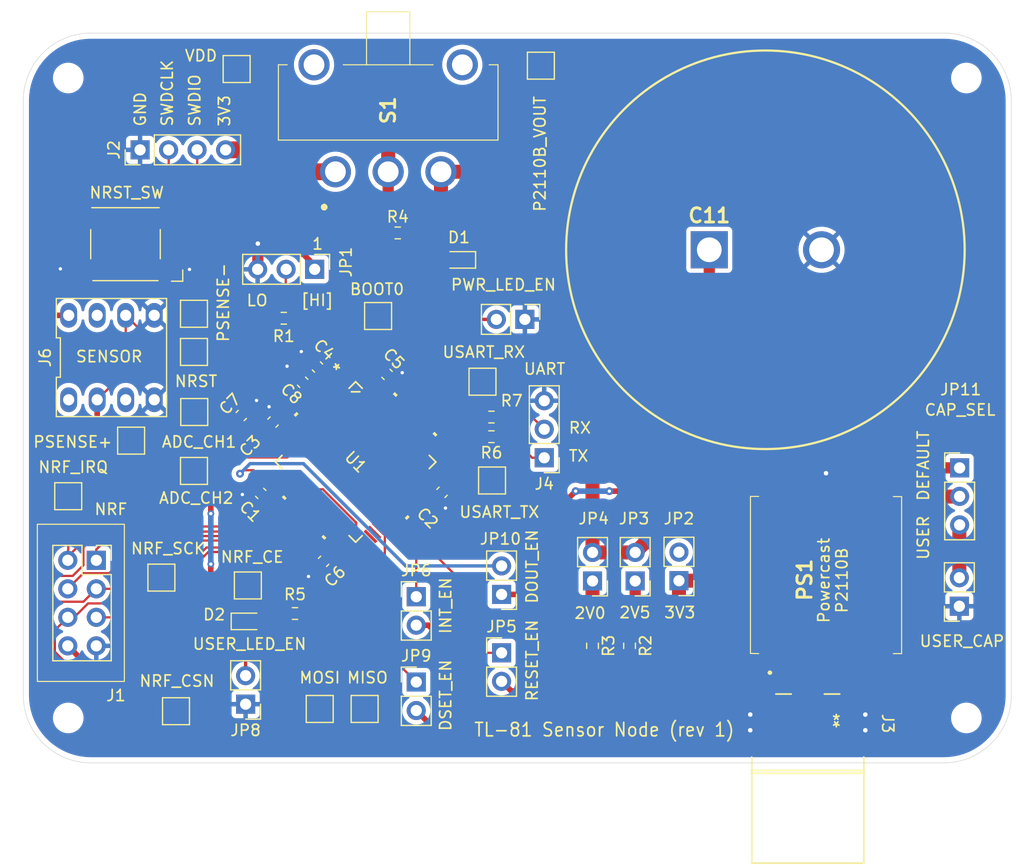
<source format=kicad_pcb>
(kicad_pcb (version 20240108) (generator "pcbnew") (generator_version "8.0")
  (layers (0 "F.Cu" signal) (31 "B.Cu" power) (34 "B.Paste" user) (35 "F.Paste" user) (36 "B.SilkS" user "B.Silkscreen") (37 "F.SilkS" user "F.Silkscreen") (38 "B.Mask" user) (39 "F.Mask" user) (44 "Edge.Cuts" user))
  (net 0 "")
  (net 1 "GND")
  (net 2 "+3.3V")
  (net 3 "/NRST")
  (net 5 "PSENSE_PLUS")
  (net 7 "PSENSE_MINUS")
  (net 9 "/BOOT0")
  (net 11 "NRF_CSN")
  (net 15 "USART1_RX")
  (net 18 "EXTRA_ADC_CHAN_1")
  (net 22 "EXTRA_ADC_CHAN_2")
  (net 23 "NRF_IRQ")
  (net 26 "NRF_SCK")
  (net 30 "NRF_MISO")
  (net 32 "Net-(JP5-B)")
  (net 36 "Net-(JP6-B)")
  (net 37 "SWCLK")
  (net 39 "Net-(JP9-B)")
  (net 40 "USART1_TX")
  (net 45 "Net-(JP10-A)")
  (net 49 "SWDIO")
  (net 52 "NRF_MOSI")
  (net 55 "VDD")
  (net 56 "Net-(JP11-A)")
  (net 57 "Net-(D1-A)")
  (net 58 "P2110B_RESET")
  (net 59 "P2110B_DOUT")
  (net 60 "P2110B_DSET")
  (net 63 "P2110B_INT")
  (net 65 "Net-(JP3-A)")
  (net 66 "Net-(JP4-A)")
  (net 67 "/RFIN")
  (net 68 "NRF_CE")
  (net 70 "Net-(D2-A)")
  (net 71 "Net-(D2-K)")
  (net 72 "/USER_LED")
  (net 73 "Net-(J4-Pin_1)")
  (net 74 "Net-(J4-Pin_2)")
  (net 75 "/VSET")
  (net 76 "Net-(D1-K)")
  (net 79 "/P2110B_VOUT")
  (net 80 "Net-(JP1-C)")
  (net 81 "Net-(J5-Pin_2)")
  (net 82 "Net-(JP11-C)")
  (footprint "Capacitor_SMD:C_0603_1608Metric" (layer "F.Cu") (at 61.15 121 135)
    (property "Reference" "C1")
    (property "Value" "100n")
  )
  (footprint "Connector_PinHeader_2.54mm:PinHeader_1x03_P2.54mm_Vertical" (layer "F.Cu") (at 65.95 101.04 -90)
    (property "Reference" "JP1")
    (property "Value" "BOOT0 SEL")
  )
  (footprint "TestPoint:TestPoint_Pad_2.0x2.0mm" (layer "F.Cu") (at 71.6 105.2)
    (property "Reference" "TP8" (hide yes))
    (property "Value" "TestPoint_Alt")
  )
  (footprint "Button_Switch_SMD:SW_SPST_Omron_B3FS-100xP" (layer "F.Cu") (at 49.1 98.8 180)
    (property "Reference" "SW1" (hide yes))
    (property "Value" "SW_Push")
  )
  (footprint "libtpms:P2110B" (layer "F.Cu") (at 111.5 128.269 90)
    (property "Reference" "PS1")
    (property "Value" "P2110B" (hide yes))
  )
  (footprint "Connector_PinHeader_2.54mm:PinHeader_1x02_P2.54mm_Vertical" (layer "F.Cu") (at 98.4 128.775 180)
    (property "Reference" "JP2")
    (property "Value" "SET_3V3")
  )
  (footprint "libtpms:8-SOIC-DIP-8-ADAPTER" (layer "F.Cu") (at 47.85 108.9)
    (property "Reference" "J6")
    (property "Value" "PRESSURE_SENSOR_CONN")
  )
  (footprint "TestPoint:TestPoint_Pad_2.0x2.0mm" (layer "F.Cu") (at 55.2 119)
    (property "Reference" "TP4" (hide yes))
    (property "Value" "TestPoint_Probe")
  )
  (footprint "TestPoint:TestPoint_Pad_2.0x2.0mm" (layer "F.Cu") (at 60 129.2)
    (property "Reference" "TP5" (hide yes))
    (property "Value" "TestPoint_Probe")
  )
  (footprint "TestPoint:TestPoint_Pad_2.0x2.0mm" (layer "F.Cu") (at 53.6 140.4)
    (property "Reference" "TP14" (hide yes))
    (property "Value" "~")
  )
  (footprint "Connector_PinHeader_2.54mm:PinHeader_1x02_P2.54mm_Vertical" (layer "F.Cu") (at 75 137.8)
    (property "Reference" "JP9")
    (property "Value" "DSET_EN")
  )
  (footprint "Capacitor_SMD:C_0603_1608Metric" (layer "F.Cu") (at 66.2 109.74 135)
    (property "Reference" "C4")
    (property "Value" "100n")
  )
  (footprint "Resistor_SMD:R_0603_1608Metric" (layer "F.Cu") (at 64.2 131.7 180)
    (property "Reference" "R5")
    (property "Value" "200R")
  )
  (footprint "Capacitor_SMD:C_0603_1608Metric" (layer "F.Cu") (at 77.294454 120.905546 -135)
    (property "Reference" "C2")
    (property "Value" "100n")
  )
  (footprint "Capacitor_SMD:C_0603_1608Metric" (layer "F.Cu") (at 62.241992 114.648008 45)
    (property "Reference" "C3")
    (property "Value" "100n")
  )
  (footprint "TestPoint:TestPoint_Pad_2.0x2.0mm" (layer "F.Cu") (at 70.4 140.2)
    (property "Reference" "TP9" (hide yes))
    (property "Value" "~")
  )
  (footprint "Capacitor_SMD:C_0603_1608Metric" (layer "F.Cu") (at 64.88 111.1 135)
    (property "Reference" "C8")
    (property "Value" "100n")
  )
  (footprint "Capacitor_SMD:C_0603_1608Metric" (layer "F.Cu") (at 66.748008 127.051992 -135)
    (property "Reference" "C6")
    (property "Value" "100n")
  )
  (footprint "libtpms:LQFP64_STM" (layer "F.Cu") (at 69.6 118.2 -45)
    (property "Reference" "U1")
    (property "Value" "STM32U031R8T6")
  )
  (footprint "Resistor_SMD:R_0603_1608Metric" (layer "F.Cu") (at 63.2 105.4 180)
    (property "Reference" "R1")
    (property "Value" "100k")
  )
  (footprint "LED_SMD:LED_0603_1608Metric" (layer "F.Cu") (at 78.8 100.2 180)
    (property "Reference" "D1")
    (property "Value" "LED")
  )
  (footprint "Resistor_SMD:R_0603_1608Metric" (layer "F.Cu") (at 94 134.575 -90)
    (property "Reference" "R2")
    (property "Value" "1.57M")
  )
  (footprint "Capacitor_SMD:C_0603_1608Metric" (layer "F.Cu") (at 72.4 110.4 -45)
    (property "Reference" "C5")
    (property "Value" "100n")
  )
  (footprint "Resistor_SMD:R_0603_1608Metric" (layer "F.Cu") (at 73.35 97.8)
    (property "Reference" "R4")
    (property "Value" "200R")
  )
  (footprint "Connector_PinHeader_2.54mm:PinHeader_1x03_P2.54mm_Vertical" (layer "F.Cu") (at 123.4 118.725)
    (property "Reference" "JP11")
    (property "Value" "CAP_SEL")
  )
  (footprint "LED_SMD:LED_0603_1608Metric" (layer "F.Cu") (at 60 132.4)
    (property "Reference" "D2")
    (property "Value" "LED")
  )
  (footprint "TestPoint:TestPoint_Pad_2.0x2.0mm" (layer "F.Cu") (at 52.3 128.5)
    (property "Reference" "TP12" (hide yes))
    (property "Value" "~")
  )
  (footprint "Connector_PinHeader_2.54mm:PinHeader_1x02_P2.54mm_Vertical" (layer "F.Cu") (at 90.7 128.8 180)
    (property "Reference" "JP4")
    (property "Value" "SET_2V0")
  )
  (footprint "Connector_PinHeader_2.54mm:PinHeader_1x04_P2.54mm_Vertical" (layer "F.Cu") (at 50.4 90.4 90)
    (property "Reference" "J2")
    (property "Value" "DEBUG_CONN")
  )
  (footprint "TestPoint:TestPoint_Pad_2.0x2.0mm" (layer "F.Cu") (at 49.6 116.3)
    (property "Reference" "TP2" (hide yes))
    (property "Value" "TestPoint_Probe")
  )
  (footprint "Resistor_SMD:R_0603_1608Metric" (layer "F.Cu") (at 81.7 115.95 180)
    (property "Reference" "R6")
    (property "Value" "200R")
  )
  (footprint "MountingHole:MountingHole_2.2mm_M2" (layer "F.Cu") (at 44 84)
    (property "Reference" "H1" (hide yes))
    (property "Value" "MountingHole")
  )
  (footprint "TestPoint:TestPoint_Pad_2.0x2.0mm" (layer "F.Cu") (at 81.75 119.85)
    (property "Reference" "TP11" (hide yes))
    (property "Value" "~")
  )
  (footprint "Connector_PinHeader_2.54mm:PinHeader_1x02_P2.54mm_Vertical" (layer "F.Cu") (at 82.6 130 180)
    (property "Reference" "JP10")
    (property "Value" "DOUT_EN")
  )
  (footprint "MountingHole:MountingHole_2.2mm_M2" (layer "F.Cu") (at 124 84)
    (property "Reference" "H3" (hide yes))
    (property "Value" "MountingHole")
  )
  (footprint "MountingHole:MountingHole_2.2mm_M2" (layer "F.Cu") (at 124 141)
    (property "Reference" "H4" (hide yes))
    (property "Value" "MountingHole")
  )
  (footprint "libtpms:CONN_73251-1150_MOL" (layer "F.Cu") (at 109.875 142.404 180)
    (property "Reference" "J3")
    (property "Value" "SMA EDGE CONN")
  )
  (footprint "Connector_PinHeader_2.54mm:PinHeader_1x02_P2.54mm_Vertical" (layer "F.Cu") (at 75 130.2)
    (property "Reference" "JP6")
    (property "Value" "INT_EN")
  )
  (footprint "TestPoint:TestPoint_Pad_2.0x2.0mm" (layer "F.Cu") (at 55.225 113.75)
    (property "Reference" "TP3" (hide yes))
    (property "Value" "TestPoint_Probe")
  )
  (footprint "Connector_PinSocket_2.54mm:PinSocket_1x02_P2.54mm_Vertical" (layer "F.Cu") (at 123.375 131.05 180)
    (property "Reference" "J5" (hide yes))
    (property "Value" "USER_CAP")
  )
  (footprint "Resistor_SMD:R_0603_1608Metric" (layer "F.Cu") (at 90.7 134.575 -90)
    (property "Reference" "R3")
    (property "Value" "600K")
  )
  (footprint "Connector_PinHeader_2.54mm:PinHeader_1x02_P2.54mm_Vertical" (layer "F.Cu") (at 82.6 135.2)
    (property "Reference" "JP5")
    (property "Value" "RESET_EN")
  )
  (footprint "Connector_PinHeader_2.54mm:PinHeader_1x02_P2.54mm_Vertical" (layer "F.Cu") (at 94.5 128.8 180)
    (property "Reference" "JP3")
    (property "Value" "SET_2V5")
  )
  (footprint "libtpms:500SSP1S1M6QEB" (layer "F.Cu") (at 67.8 92.3511 -90)
    (property "Reference" "S1")
    (property "Value" "500SSP1S1M6QEB" (hide yes))
  )
  (footprint "TestPoint:TestPoint_Pad_2.0x2.0mm" (layer "F.Cu") (at 66.4 140.2)
    (property "Reference" "TP10" (hide yes))
    (property "Value" "~")
  )
  (footprint "Capacitor_SMD:C_0603_1608Metric" (layer "F.Cu") (at 59.41 114.06 45)
    (property "Reference" "C7")
    (property "Value" "10u")
  )
  (footprint "TestPoint:TestPoint_Pad_2.0x2.0mm" (layer "F.Cu") (at 44 121.25)
    (property "Reference" "TP6" (hide yes))
    (property "Value" "TestPoint_Probe")
  )
  (footprint "TestPoint:TestPoint_Pad_2.0x2.0mm" (layer "F.Cu") (at 80.9 111.05)
    (property "Reference" "TP13" (hide yes))
    (property "Value" "~")
  )
  (footprint "Connector_PinHeader_2.54mm:PinHeader_1x02_P2.54mm_Vertical" (layer "F.Cu") (at 59.8 139.775 180)
    (property "Reference" "JP8")
    (property "Value" "USER_LED_EN")
  )
  (footprint "Connector_PinHeader_2.54mm:PinHeader_1x03_P2.54mm_Vertical" (layer "F.Cu") (at 86.4 117.825 180)
    (property "Reference" "J4")
    (property "Value" "UART_CONN")
  )
  (footprint "TestPoint:TestPoint_Pad_2.0x2.0mm" (layer "F.Cu") (at 59 83.2)
    (property "Reference" "TP16" (hide yes))
    (property "Value" "~")
  )
  (footprint "TestPoint:TestPoint_Pad_2.0x2.0mm" (layer "F.Cu") (at 55.2 108.4)
    (property "Reference" "TP7" (hide yes))
    (property "Value" "TestPoint_Alt")
  )
  (footprint "Connector_PinSocket_2.54mm:PinSocket_2x04_P2.54mm_Vertical" (layer "F.Cu") (at 46.5 126.96)
    (property "Reference" "J1")
    (property "Value" "NRF_CONN")
  )
  (footprint "Connector_PinHeader_2.54mm:PinHeader_1x02_P2.54mm_Vertical" (layer "F.Cu") (at 84.675 105.5 -90)
    (property "Reference" "JP7" (hide yes))
    (property "Value" "POWER_LED_EN")
  )
  (footprint "MountingHole:MountingHole_2.2mm_M2" (layer "F.Cu") (at 44 141)
    (property "Reference" "H2" (hide yes))
    (property "Value" "MountingHole")
  )
  (footprint "TestPoint:TestPoint_Pad_2.0x2.0mm" (layer "F.Cu") (at 55.2 105)
    (property "Reference" "TP1" (hide yes))
    (property "Value" "TestPoint_Probe")
  )
  (footprint "TestPoint:TestPoint_Pad_2.0x2.0mm" (layer "F.Cu") (at 86.1 82.9 -90)
    (property "Reference" "TP15" (hide yes))
    (property "Value" "~")
  )
  (footprint "libtpms:CAPPRD1000W200D3550H4700" (layer "F.Cu") (at 101.1 99.3)
    (property "Reference" "C11")
    (property "Value" "381LX473M016A452" (hide yes))
  )
  (footprint "Resistor_SMD:R_0603_1608Metric" (layer "F.Cu") (at 81.7 114.2 180)
    (property "Reference" "R7")
    (property "Value" "200R")
  )
  (gr_rect (start 41.25 123.75) (end 49 137.75) (stroke (width 0.1)) (fill none) (layer "F.SilkS"))
  (gr_arc (start 127.999999 138.999999) (mid 126.24264 143.24264) (end 121.999999 144.999999) (stroke (width 0.05)) (layer "Edge.Cuts"))
  (gr_line (start 128 86) (end 127.999999 138.999999) (stroke (width 0.05)) (layer "Edge.Cuts"))
  (gr_line (start 122 80) (end 46 80) (stroke (width 0.05)) (layer "Edge.Cuts"))
  (gr_line (start 121.999999 144.999999) (end 46.000001 144.999999) (stroke (width 0.05)) (layer "Edge.Cuts"))
  (gr_arc (start 46.000001 144.999999) (mid 41.75736 143.24264) (end 40.000001 138.999999) (stroke (width 0.05)) (layer "Edge.Cuts"))
  (gr_arc (start 40 86) (mid 41.757359 81.757359) (end 46 80) (stroke (width 0.05)) (layer "Edge.Cuts"))
  (gr_arc (start 122 80) (mid 126.242641 81.757359) (end 128 86) (stroke (width 0.05)) (layer "Edge.Cuts"))
  (gr_line (start 39.999999 86) (end 40 138.999999) (stroke (width 0.05)) (layer "Edge.Cuts"))
  (gr_text "PSENSE-" (at 58.4 107.6 90) (layer "F.SilkS") (effects (font (size 1 1) (thickness 0.15) (bold yes)) (justify left bottom)))
  (gr_text "VDD" (at 54.3 82.6 0) (layer "F.SilkS") (effects (font (size 1 1) (thickness 0.15) (bold yes)) (justify left bottom)))
  (gr_text "TX" (at 88.5 118.25 0) (layer "F.SilkS") (effects (font (size 1 1) (thickness 0.15) (bold yes)) (justify left bottom)))
  (gr_text "3V3" (at 97 132.2 0) (layer "F.SilkS") (effects (font (size 1 1) (thickness 0.15) (bold yes)) (justify left bottom)))
  (gr_text "ADC_CH2" (at 52 122 0) (layer "F.SilkS") (effects (font (size 1 1) (thickness 0.15) (bold yes)) (justify left bottom)))
  (gr_text "RX" (at 88.5 115.75 0) (layer "F.SilkS") (effects (font (size 1 1) (thickness 0.15) (bold yes)) (justify left bottom)))
  (gr_text "ADC_CH1" (at 52.25 117 0) (layer "F.SilkS") (effects (font (size 1 1) (thickness 0.15) (bold yes)) (justify left bottom)))
  (gr_text "USER" (at 120.75 127 90) (layer "F.SilkS") (effects (font (size 1 1) (thickness 0.15) (bold yes)) (justify left bottom)))
  (gr_text "SWDIO" (at 55.85 88.4 90) (layer "F.SilkS") (effects (font (size 1 1) (thickness 0.15) (bold yes)) (justify left bottom)))
  (gr_text "PSENSE+" (at 40.8 117 0) (layer "F.SilkS") (effects (font (size 1 1) (thickness 0.15) (bold yes)) (justify left bottom)))
  (gr_text "P2110B_VOUT" (at 86.6 96 90) (layer "F.SilkS") (effects (font (size 1 1) (thickness 0.15) (bold yes)) (justify left bottom)))
  (gr_text "INT_EN" (at 78.2 133.6 90) (layer "F.SilkS") (effects (font (size 1 1) (thickness 0.15) (bold yes)) (justify left bottom)))
  (gr_text "3V3" (at 58.5 88.4 90) (layer "F.SilkS") (effects (font (size 1 1) (thickness 0.15) (bold yes)) (justify left bottom)))
  (gr_text "1" (at 65.64 99.36 0) (layer "F.SilkS") (effects (font (size 1 1) (thickness 0.15) (bold yes)) (justify left bottom)))
  (gr_text "NRF_IRQ" (at 41.25 119.25 0) (layer "F.SilkS") (effects (font (size 1 1) (thickness 0.15) (bold yes)) (justify left bottom)))
  (gr_text "MISO" (at 68.75 138 0) (layer "F.SilkS") (effects (font (size 1 1) (thickness 0.15) (bold yes)) (justify left bottom)))
  (gr_text "NRST_SW" (at 45.8 94.8 0) (layer "F.SilkS") (effects (font (size 1 1) (thickness 0.15) (bold yes)) (justify left bottom)))
  (gr_text "UART" (at 84.5 110.5 0) (layer "F.SilkS") (effects (font (size 1 1) (thickness 0.15) (bold yes)) (justify left bottom)))
  (gr_text "BOOT0" (at 69 103.4 0) (layer "F.SilkS") (effects (font (size 1 1) (thickness 0.15) (bold yes)) (justify left bottom)))
  (gr_text "DSET_EN\n" (at 78.2 142.25 90) (layer "F.SilkS") (effects (font (size 1 1) (thickness 0.15) (bold yes)) (justify left bottom)))
  (gr_text "2V5" (at 93 132.2 0) (layer "F.SilkS") (effects (font (size 1 1) (thickness 0.15) (bold yes)) (justify left bottom)))
  (gr_text "USART_RX" (at 77.25 109 0) (layer "F.SilkS") (effects (font (size 1 1) (thickness 0.15) (bold yes)) (justify left bottom)))
  (gr_text "NRF_SCK" (at 49.5 126.5 0) (layer "F.SilkS") (effects (font (size 1 1) (thickness 0.15) (bold yes)) (justify left bottom)))
  (gr_text "NRF_CE" (at 57.5 127.25 0) (layer "F.SilkS") (effects (font (size 1 1) (thickness 0.15) (bold yes)) (justify left bottom)))
  (gr_text "SWDCLK" (at 53.4 88.4 90) (layer "F.SilkS") (effects (font (size 1 1) (thickness 0.15) (bold yes)) (justify left bottom)))
  (gr_text "NRF" (at 46.25 123 0) (layer "F.SilkS") (effects (font (size 1 1) (thickness 0.15) (bold yes)) (justify left bottom)))
  (gr_text "DEFAULT" (at 120.75 121.75 90) (layer "F.SilkS") (effects (font (size 1 1) (thickness 0.15) (bold yes)) (justify left bottom)))
  (gr_text "TL-81 Sensor Node (rev 1)" (at 91.75 142.75 0) (layer "F.SilkS") (effects (font (size 1.2 1.1) (thickness 0.15) (bold yes)) (justify bottom)))
  (gr_text "NRST" (at 53.4 111.6 0) (layer "F.SilkS") (effects (font (size 1 1) (thickness 0.15) (bold yes)) (justify left bottom)))
  (gr_text "USER_CAP" (at 119.75 134.75 0) (layer "F.SilkS") (effects (font (size 1 1) (thickness 0.15) (bold yes)) (justify left bottom)))
  (gr_text "2V0" (at 89 132.25 0) (layer "F.SilkS") (effects (font (size 1 1) (thickness 0.15) (bold yes)) (justify left bottom)))
  (gr_text "MOSI" (at 64.5 138 0) (layer "F.SilkS") (effects (font (size 1 1) (thickness 0.15) (bold yes)) (justify left bottom)))
  (gr_text "USER_LED_EN" (at 55 135 0) (layer "F.SilkS") (effects (font (size 1 1) (thickness 0.15) (bold yes)) (justify left bottom)))
  (gr_text "RESET_EN" (at 85.9 139.6 90) (layer "F.SilkS") (effects (font (size 1 1) (thickness 0.15) (bold yes)) (justify left bottom)))
  (gr_text "CAP_SEL" (at 120.2 114.15 0) (layer "F.SilkS") (effects (font (size 1 1) (thickness 0.15) (bold yes)) (justify left bottom)))
  (gr_text "Powercast\nP2110B" (at 113.5 128.75 90) (layer "F.SilkS") (effects (font (size 1 1) (thickness 0.15) (bold yes)) (justify bottom)))
  (gr_text "PWR_LED_EN" (at 78 103 0) (layer "F.SilkS") (effects (font (size 1 1) (thickness 0.15) (bold yes)) (justify left bottom)))
  (gr_text "NRF_CSN" (at 50.25 138.3 0) (layer "F.SilkS") (effects (font (size 1 1) (thickness 0.15) (bold yes)) (justify left bottom)))
  (gr_text "LO" (at 59.8 104.4 0) (layer "F.SilkS") (effects (font (size 1 1) (thickness 0.15) (bold yes)) (justify left bottom)))
  (gr_text "GND" (at 51 88.4 90) (layer "F.SilkS") (effects (font (size 1 1) (thickness 0.15) (bold yes)) (justify left bottom)))
  (gr_text "DOUT_EN" (at 85.9 130.9 90) (layer "F.SilkS") (effects (font (size 1 1) (thickness 0.15) (bold yes)) (justify left bottom)))
  (gr_text "[HI]" (at 64.65 104.38 0) (layer "F.SilkS") (effects (font (size 1 1) (thickness 0.15) (bold yes)) (justify left bottom)))
  (gr_text "USART_TX" (at 78.75 123.25 0) (layer "F.SilkS") (effects (font (size 1 1) (thickness 0.15) (bold yes)) (justify left bottom)))
  (gr_text "SENSOR" (at 44.6 109.4 0) (layer "F.SilkS") (effects (font (size 1 1) (thickness 0.15) (bold yes)) (justify left bottom)))
  (segment (start 43.3 101) (end 45.05 101) (width 1) (layer "F.Cu") (net 1))
  (segment (start 65.8 126.596195) (end 67.919844 124.476351) (width 0.2) (layer "F.Cu") (net 1))
  (segment (start 54.8 101.05) (end 53.1 101.05) (width 1) (layer "F.Cu") (net 1))
  (segment (start 60.601992 120.451992) (end 62.751813 120.451992) (width 0.2) (layer "F.Cu") (net 1))
  (segment (start 59.953984 121.1) (end 60.601992 120.451992) (width 0.5) (layer "F.Cu") (net 1))
  (segment (start 65.581992 109.191992) (end 64.76 108.37) (width 0.5) (layer "F.Cu") (net 1))
  (segment (start 61.89 113.28) (end 61.97 113.28) (width 0.5) (layer "F.Cu") (net 1))
  (segment (start 61.97 113.28) (end 62.79 114.1) (width 0.5) (layer "F.Cu") (net 1))
  (segment (start 60.89 101.02) (end 60.87 101.04) (width 1) (layer "F.Cu") (net 1))
  (segment (start 64.331992 110.551992) (end 64.331992 110.511992) (width 0.5) (layer "F.Cu") (net 1))
  (segment (start 72.948008 110.948008) (end 72.255797 110.948008) (width 0.2) (layer "F.Cu") (net 1))
  (segment (start 73.051992 110.948008) (end 72.948008 110.948008) (width 0.5) (layer "F.Cu") (net 1))
  (segment (start 62.79 114.1) (end 63.536652 114.846652) (width 0.2) (layer "F.Cu") (net 1))
  (segment (start 64.331992 110.511992) (end 63.49 109.67) (width 0.5) (layer "F.Cu") (net 1))
  (segment (start 59.978008 113.511992) (end 60.77 112.72) (width 0.5) (layer "F.Cu") (net 1))
  (segment (start 76.746446 121.453554) (end 76.746446 120.750251) (width 0.2) (layer "F.Cu") (net 1))
  (segment (start 64.38431 115.459183) (end 64.362737 115.459183) (width 0.2) (layer "F.Cu") (net 1))
  (segment (start 114.7381 140.754) (end 114.2565 141.2356) (width 0.5) (layer "F.Cu") (net 1))
  (segment (start 77.6 122.307108) (end 76.746446 121.453554) (width 0.5) (layer "F.Cu") (net 1))
  (segment (start 63.536652 114.846652) (end 63.771779 114.846652) (width 0.2) (layer "F.Cu") (net 1))
  (segment (start 65.651992 109.191992) (end 65.581992 109.191992) (width 0.5) (layer "F.Cu") (net 1))
  (segment (start 76.746446 120.750251) (end 75.876351 119.880156) (width 0.2) (layer "F.Cu") (net 1))
  (segment (start 60.89 98.75) (end 60.89 101.02) (width 1) (layer "F.Cu") (net 1))
  (segment (start 66.2 127.6) (end 65.8 127.2) (width 0.2) (layer "F.Cu") (net 1))
  (segment (start 60.77 112.72) (end 61.33 112.72) (width 0.5) (layer "F.Cu") (net 1))
  (segment (start 65.4 128.4) (end 66.2 127.6) (width 0.5) (layer "F.Cu") (net 1))
  (segment (start 59.958008 113.511992) (end 59.978008 113.511992) (width 0.5) (layer "F.Cu") (net 1))
  (segment (start 73.75 110.25) (end 73.051992 110.948008) (width 0.5) (layer "F.Cu") (net 1))
  (segment (start 62.751813 120.451992) (end 63.323649 119.880156) (width 0.2) (layer "F.Cu") (net 1))
  (segment (start 65.8 127.2) (end 65.8 126.596195) (width 0.2) (layer "F.Cu") (net 1))
  (segment (start 45.05 101) (end 45.1 101.05) (width 1) (layer "F.Cu") (net 1))
  (segment (start 59.51 121.1) (end 59.953984 121.1) (width 0.5) (layer "F.Cu") (net 1))
  (segment (start 111.5 121.284) (end 111.5 119.204) (width 1.25) (layer "F.Cu") (net 1))
  (segment (start 61.33 112.72) (end 61.89 113.28) (width 0.5) (layer "F.Cu") (net 1))
  (segment (start 115.2749 142.254) (end 114.2565 141.2356) (width 0.5) (layer "F.Cu") (net 1))
  (segment (start 105.0119 140.754) (end 105.4935 141.2356) (width 0.5) (layer "F.Cu") (net 1))
  (segment (start 63.771779 114.846652) (end 64.38431 115.459183) (width 0.2) (layer "F.Cu") (net 1))
  (segment (start 72.255797 110.948008) (end 71.280156 111.923649) (width 0.2) (layer "F.Cu") (net 1))
  (via (at 73.75 110.25) (size 0.7) (drill 0.3) (layers "F.Cu" "B.Cu") (net 1))
  (via (at 54.8 101.05) (size 0.7) (drill 0.3) (layers "F.Cu" "B.Cu") (net 1))
  (via (at 60.77 112.72) (size 0.7) (drill 0.3) (layers "F.Cu" "B.Cu") (net 1))
  (via (at 104.75 140.7) (size 0.9) (drill 0.4) (layers "F.Cu" "B.Cu") (net 1))
  (via (at 65.4 128.4) (size 0.7) (drill 0.3) (layers "F.Cu" "B.Cu") (net 1))
  (via (at 64.76 108.37) (size 0.7) (drill 0.3) (layers "F.Cu" "B.Cu") (net 1))
  (via (at 43.3 101) (size 0.7) (drill 0.3) (layers "F.Cu" "B.Cu") (net 1))
  (via (at 104.75 142.1) (size 0.9) (drill 0.4) (layers "F.Cu" "B.Cu") (net 1))
  (via (at 115 142.1) (size 0.9) (drill 0.4) (layers "F.Cu" "B.Cu") (net 1))
  (via (at 60.89 98.75) (size 0.9) (drill 0.4) (layers "F.Cu" "B.Cu") (net 1))
  (via (at 111.5 119.204) (size 0.9) (drill 0.4) (layers "F.Cu" "B.Cu") (net 1))
  (via (at 77.6 122.307108) (size 0.7) (drill 0.3) (layers "F.Cu" "B.Cu") (net 1))
  (via (at 59.51 121.1) (size 0.7) (drill 0.3) (layers "F.Cu" "B.Cu") (net 1))
  (via (at 61.89 113.28) (size 0.7) (drill 0.3) (layers "F.Cu" "B.Cu") (net 1))
  (via (at 115 140.7) (size 0.9) (drill 0.4) (layers "F.Cu" "B.Cu") (net 1))
  (via (at 63.49 109.67) (size 0.7) (drill 0.3) (layers "F.Cu" "B.Cu") (net 1))
  (segment (start 58.02 90.4) (end 61.6 90.4) (width 1.5) (layer "F.Cu") (net 2))
  (segment (start 61.6 90.4) (end 63.5511 92.3511) (width 1.5) (layer "F.Cu") (net 2))
  (segment (start 63.5511 92.3511) (end 67.8 92.3511) (width 1.5) (layer "F.Cu") (net 2))
  (segment (start 53.1 96.55) (end 54.7 96.55) (width 0.2) (layer "F.Cu") (net 3))
  (segment (start 64.765331 112.304669) (end 66.152077 113.691416) (width 0.2) (layer "F.Cu") (net 3))
  (segment (start 45.1 96.55) (end 53.1 96.55) (width 0.2) (layer "F.Cu") (net 3))
  (segment (start 57.2 106.4) (end 55.2 108.4) (width 0.2) (layer "F.Cu") (net 3))
  (segment (start 57.2 106.4) (end 58.860661 106.4) (width 0.2) (layer "F.Cu") (net 3))
  (segment (start 54.7 96.55) (end 57.2 99.05) (width 0.2) (layer "F.Cu") (net 3))
  (segment (start 64.765331 112.304669) (end 64.771347 112.304669) (width 0.2) (layer "F.Cu") (net 3))
  (segment (start 55.2 108.175) (end 55.2 108.4) (width 0.2) (layer "F.Cu") (net 3))
  (segment (start 58.860661 106.4) (end 64.765331 112.304669) (width 0.2) (layer "F.Cu") (net 3))
  (segment (start 64.771347 112.304669) (end 65.428008 111.648008) (width 0.2) (layer "F.Cu") (net 3))
  (segment (start 57.2 99.05) (end 57.2 106.175) (width 0.2) (layer "F.Cu") (net 3))
  (segment (start 57.2 106.175) (end 57.2 106.4) (width 0.2) (layer "F.Cu") (net 3))
  (segment (start 66.151416 113.691416) (end 66.152077 113.691416) (width 0.2) (layer "F.Cu") (net 3))
  (segment (start 46.58 115.23) (end 46.58 112.66) (width 0.5) (layer "F.Cu") (net 5))
  (segment (start 46.58 112.66) (end 48.24 111) (width 0.2) (layer "F.Cu") (net 5))
  (segment (start 48.24 111) (end 62.046447 111) (width 0.2) (layer "F.Cu") (net 5))
  (segment (start 47.65 116.3) (end 46.58 115.23) (width 0.5) (layer "F.Cu") (net 5))
  (segment (start 49.6 116.3) (end 47.65 116.3) (width 0.5) (layer "F.Cu") (net 5))
  (segment (start 62.046447 111) (end 65.44497 114.398523) (width 0.2) (layer "F.Cu") (net 5))
  (segment (start 62.153553 110.4) (end 50.8 110.4) (width 0.2) (layer "F.Cu") (net 7))
  (segment (start 55.2 105) (end 55 105) (width 0.2) (layer "F.Cu") (net 7))
  (segment (start 50.98 107) (end 49.12 105.14) (width 0.2) (layer "F.Cu") (net 7))
  (segment (start 49.12 108.72) (end 49.12 105.14) (width 0.2) (layer "F.Cu") (net 7))
  (segment (start 55 105) (end 53 107) (width 0.2) (layer "F.Cu") (net 7))
  (segment (start 65.798523 114.04497) (end 62.153553 110.4) (width 0.2) (layer "F.Cu") (net 7))
  (segment (start 50.8 110.4) (end 49.12 108.72) (width 0.2) (layer "F.Cu") (net 7))
  (segment (start 53 107) (end 50.98 107) (width 0.2) (layer "F.Cu") (net 7))
  (segment (start 70.6 107.4) (end 68.8 107.4) (width 0.2) (layer "F.Cu") (net 9))
  (segment (start 72.340817 112.98431) (end 74.4 110.925127) (width 0.2) (layer "F.Cu") (net 9))
  (segment (start 74.4 109.15) (end 72.65 107.4) (width 0.2) (layer "F.Cu") (net 9))
  (segment (start 68.2 106.8) (end 65.425 106.8) (width 0.2) (layer "F.Cu") (net 9))
  (segment (start 70.6 107.4) (end 71.6 107.4) (width 0.2) (layer "F.Cu") (net 9))
  (segment (start 74.4 110.925127) (end 74.4 109.15) (width 0.2) (layer "F.Cu") (net 9))
  (segment (start 65.425 106.8) (end 64.025 105.4) (width 0.2) (layer "F.Cu") (net 9))
  (segment (start 72.65 107.4) (end 70.6 107.4) (width 0.2) (layer "F.Cu") (net 9))
  (segment (start 68.8 107.4) (end 68.2 106.8) (width 0.2) (layer "F.Cu") (net 9))
  (segment (start 71.6 107.4) (end 71.6 105.2) (width 0.2) (layer "F.Cu") (net 9))
  (segment (start 45.765685 130.8) (end 47.3 130.8) (width 0.2) (layer "F.Cu") (net 11))
  (segment (start 45 137.3) (end 52.7 137.3) (width 0.2) (layer "F.Cu") (net 11))
  (segment (start 53.544314 131.64) (end 55.48 129.704314) (width 0.2) (layer "F.Cu") (net 11))
  (segment (start 53.6 138.2) (end 53.6 140.4) (width 0.2) (layer "F.Cu") (net 11))
  (segment (start 43.96 132.04) (end 44.525685 132.04) (width 0.2) (layer "F.Cu") (net 11))
  (segment (start 62.333553 125.82) (end 65.798523 122.35503) (width 0.2) (layer "F.Cu") (net 11))
  (segment (start 55.48 126.65) (end 56.31 125.82) (width 0.2) (layer "F.Cu") (net 11))
  (segment (start 42.81 135.11) (end 45 137.3) (width 0.2) (layer "F.Cu") (net 11))
  (segment (start 56.31 125.82) (end 62.333553 125.82) (width 0.2) (layer "F.Cu") (net 11))
  (segment (start 44.525685 132.04) (end 45.765685 130.8) (width 0.2) (layer "F.Cu") (net 11))
  (segment (start 52.7 137.3) (end 53.6 138.2) (width 0.2) (layer "F.Cu") (net 11))
  (segment (start 55.48 129.704314) (end 55.48 126.65) (width 0.2) (layer "F.Cu") (net 11))
  (segment (start 48.14 131.64) (end 53.544314 131.64) (width 0.2) (layer "F.Cu") (net 11))
  (segment (start 42.81 133.19) (end 42.81 135.11) (width 0.2) (layer "F.Cu") (net 11))
  (segment (start 43.96 132.04) (end 42.81 133.19) (width 0.2) (layer "F.Cu") (net 11))
  (segment (start 47.3 130.8) (end 48.14 131.64) (width 0.2) (layer "F.Cu") (net 11))
  (segment (start 78.9 123.125) (end 76.292767 123.125) (width 0.2) (layer "F.Cu") (net 15))
  (segment (start 80.875 111.075) (end 80.9 111.05) (width 0.2) (layer "F.Cu") (net 15))
  (segment (start 80.875 114.2) (end 79.7 115.375) (width 0.2) (layer "F.Cu") (net 15))
  (segment (start 76.292767 123.125) (end 74.462137 121.29437) (width 0.2) (layer "F.Cu") (net 15))
  (segment (start 80.875 114.2) (end 80.875 111.075) (width 0.2) (layer "F.Cu") (net 15))
  (segment (start 79.7 122.325) (end 78.9 123.125) (width 0.2) (layer "F.Cu") (net 15))
  (segment (start 79.7 115.375) (end 79.7 122.325) (width 0.2) (layer "F.Cu") (net 15))
  (segment (start 55.225 113.75) (end 56.45 113.75) (width 0.2) (layer "F.Cu") (net 18))
  (segment (start 58.72 111.48) (end 61.819339 111.48) (width 0.2) (layer "F.Cu") (net 18))
  (segment (start 56.45 113.75) (end 58.72 111.48) (width 0.2) (layer "F.Cu") (net 18))
  (segment (start 61.819339 111.48) (end 65.091416 114.752077) (width 0.2) (layer "F.Cu") (net 18))
  (segment (start 55.2 119) (end 57.65 119) (width 0.2) (layer "F.Cu") (net 22))
  (segment (start 65.371715 115.739482) (end 64.737863 115.10563) (width 0.2) (layer "F.Cu") (net 22))
  (segment (start 63.516432 117.793035) (end 65.371715 115.937752) (width 0.2) (layer "F.Cu") (net 22))
  (segment (start 57.65 119) (end 58.856965 117.793035) (width 0.2) (layer "F.Cu") (net 22))
  (segment (start 58.856965 117.793035) (end 63.516432 117.793035) (width 0.2) (layer "F.Cu") (net 22))
  (segment (start 65.371715 115.937752) (end 65.371715 115.739482) (width 0.2) (layer "F.Cu") (net 22))
  (segment (start 43.96 126.96) (end 43.96 126.634315) (width 0.2) (layer "F.Cu") (net 23))
  (segment (start 60.668018 123.95) (end 64.030756 120.587262) (width 0.2) (layer "F.Cu") (net 23))
  (segment (start 45.184314 125.41) (end 45.184315 125.41) (width 0.2) (layer "F.Cu") (net 23))
  (segment (start 44.797157 125.797157) (end 45.184314 125.41) (width 0.2) (layer "F.Cu") (net 23))
  (segment (start 43.96 126.634315) (end 44.797157 125.797157) (width 0.2) (layer "F.Cu") (net 23))
  (segment (start 44 126.92) (end 43.96 126.96) (width 0.2) (layer "F.Cu") (net 23))
  (segment (start 46.644315 123.95) (end 60.668018 123.95) (width 0.2) (layer "F.Cu") (net 23))
  (segment (start 45.184315 125.41) (end 46.644315 123.95) (width 0.2) (layer "F.Cu") (net 23))
  (segment (start 44 121.25) (end 44 126.92) (width 0.2) (layer "F.Cu") (net 23))
  (segment (start 45.350001 125.810001) (end 46.760002 124.4) (width 0.2) (layer "F.Cu") (net 26))
  (segment (start 44.4 128.35) (end 45.35 127.4) (width 0.2) (layer "F.Cu") (net 26))
  (segment (start 51.3 129.5) (end 52.3 128.5) (width 0.2) (layer "F.Cu") (net 26))
  (segment (start 60.925127 124.4) (end 64.38431 120.940817) (width 0.2) (layer "F.Cu") (net 26))
  (segment (start 42.5 130.25) (end 42.5 128.75) (width 0.2) (layer "F.Cu") (net 26))
  (segment (start 46.760002 124.4) (end 60.925127 124.4) (width 0.2) (layer "F.Cu") (net 26))
  (segment (start 45.35 127.4) (end 45.350001 125.810001) (width 0.2) (layer "F.Cu") (net 26))
  (segment (start 46.5 129.5) (end 45.35 130.65) (width 0.2) (layer "F.Cu") (net 26))
  (segment (start 42.9 130.65) (end 42.5 130.25) (width 0.2) (layer "F.Cu") (net 26))
  (segment (start 42.5 128.75) (end 42.9 128.35) (width 0.2) (layer "F.Cu") (net 26))
  (segment (start 42.9 128.35) (end 44.4 128.35) (width 0.2) (layer "F.Cu") (net 26))
  (segment (start 45.35 130.65) (end 42.9 130.65) (width 0.2) (layer "F.Cu") (net 26))
  (segment (start 46.5 129.5) (end 51.3 129.5) (width 0.2) (layer "F.Cu") (net 26))
  (segment (start 69.65 137.35) (end 70.4 138.1) (width 0.2) (layer "F.Cu") (net 30))
  (segment (start 66.676231 120.635392) (end 65.396841 120.635392) (width 0.2) (layer "F.Cu") (net 30))
  (segment (start 61.232233 124.8) (end 64.737863 121.29437) (width 0.2) (layer "F.Cu") (net 30))
  (segment (start 46.5 126) (end 47.7 124.8) (width 0.2) (layer "F.Cu") (net 30))
  (segment (start 46.5 126.96) (end 46.5 126) (width 0.2) (layer "F.Cu") (net 30))
  (segment (start 69.57042 123.52958) (end 69.65 123.60916) (width 0.2) (layer "F.Cu") (net 30))
  (segment (start 69.65 123.60916) (end 69.65 137.35) (width 0.2) (layer "F.Cu") (net 30))
  (segment (start 69.57042 123.52958) (end 66.676231 120.635392) (width 0.2) (layer "F.Cu") (net 30))
  (segment (start 70.4 140.2) (end 69.65 139.45) (width 0.2) (layer "F.Cu") (net 30))
  (segment (start 47.7 124.8) (end 61.232233 124.8) (width 0.2) (layer "F.Cu") (net 30))
  (segment (start 70.4 138.1) (end 70.4 140.2) (width 0.2) (layer "F.Cu") (net 30))
  (segment (start 69.65 123.609161) (end 69.57042 123.52958) (width 0.2) (layer "F.Cu") (net 30))
  (segment (start 65.396841 120.635392) (end 64.737863 121.29437) (width 0.2) (layer "F.Cu") (net 30))
  (segment (start 114 130.9) (end 104.45 130.9) (width 0.5) (layer "F.Cu") (net 32))
  (segment (start 116.453 135.254) (end 116.453 133.353) (width 0.5) (layer "F.Cu") (net 32))
  (segment (start 96.75 138.6) (end 83.46 138.6) (width 0.5) (layer "F.Cu") (net 32))
  (segment (start 104.45 130.9) (end 96.75 138.6) (width 0.5) (layer "F.Cu") (net 32))
  (segment (start 83.46 138.6) (end 82.6 137.74) (width 0.5) (layer "F.Cu") (net 32))
  (segment (start 116.453 133.353) (end 114 130.9) (width 0.5) (layer "F.Cu") (net 32))
  (segment (start 77.6 139.2) (end 77.6 134.255) (width 0.5) (layer "F.Cu") (net 36))
  (segment (start 76.085 132.74) (end 75 132.74) (width 0.5) (layer "F.Cu") (net 36))
  (segment (start 79.6 141.2) (end 77.6 139.2) (width 0.5) (layer "F.Cu") (net 36))
  (segment (start 105.1 132.1) (end 96 141.2) (width 0.5) (layer "F.Cu") (net 36))
  (segment (start 113.3 132.1) (end 105.1 132.1) (width 0.5) (layer "F.Cu") (net 36))
  (segment (start 114.8 135.252) (end 114.8 133.6) (width 0.5) (layer "F.Cu") (net 36))
  (segment (start 77.6 134.255) (end 76.085 132.74) (width 0.5) (layer "F.Cu") (net 36))
  (segment (start 114.802 135.254) (end 114.8 135.252) (width 0.5) (layer "F.Cu") (net 36))
  (segment (start 114.8 133.6) (end 113.3 132.1) (width 0.5) (layer "F.Cu") (net 36))
  (segment (start 96 141.2) (end 79.6 141.2) (width 0.5) (layer "F.Cu") (net 36))
  (segment (start 76.795989 113.195989) (end 76.795989 116.307312) (width 0.2) (layer "F.Cu") (net 37))
  (segment (start 60.58 96.98) (end 67.33 96.98) (width 0.2) (layer "F.Cu") (net 37))
  (segment (start 76.795989 116.307312) (end 76.229904 116.873397) (width 0.2) (layer "F.Cu") (net 37))
  (segment (start 52.95 90.41) (end 52.95 92.75) (width 0.2) (layer "F.Cu") (net 37))
  (segment (start 67.33 96.98) (end 74.8 104.45) (width 0.2) (layer "F.Cu") (net 37))
  (segment (start 57.0011 93.4011) (end 60.58 96.98) (width 0.2) (layer "F.Cu") (net 37))
  (segment (start 74.8 104.45) (end 74.8 111.2) (width 0.2) (layer "F.Cu") (net 37))
  (segment (start 52.95 92.75) (end 53.6011 93.4011) (width 0.2) (layer "F.Cu") (net 37))
  (segment (start 53.6011 93.4011) (end 57.0011 93.4011) (width 0.2) (layer "F.Cu") (net 37))
  (segment (start 74.8 111.2) (end 76.795989 113.195989) (width 0.2) (layer "F.Cu") (net 37))
  (segment (start 52.94 90.4) (end 52.95 90.41) (width 0.2) (layer "F.Cu") (net 37))
  (segment (start 112.75 133.35) (end 105.7 133.35) (width 0.5) (layer "F.Cu") (net 39))
  (segment (start 105.7 133.35) (end 96.45 142.6) (width 0.5) (layer "F.Cu") (net 39))
  (segment (start 113.151 133.751) (end 112.75 133.35) (width 0.5) (layer "F.Cu") (net 39))
  (segment (start 96.45 142.6) (end 77.26 142.6) (width 0.5) (layer "F.Cu") (net 39))
  (segment (start 77.26 142.6) (end 75 140.34) (width 0.5) (layer "F.Cu") (net 39))
  (segment (start 113.151 135.254) (end 113.151 133.751) (width 0.5) (layer "F.Cu") (net 39))
  (segment (start 80.875 115.95) (end 80.875 116.775) (width 0.2) (layer "F.Cu") (net 40))
  (segment (start 81.75 117.65) (end 81.75 119.85) (width 0.2) (layer "F.Cu") (net 40))
  (segment (start 81.75 121.95) (end 79.95 123.75) (width 0.2) (layer "F.Cu") (net 40))
  (segment (start 81.75 119.85) (end 81.75 121.95) (width 0.2) (layer "F.Cu") (net 40))
  (segment (start 79.95 123.75) (end 76.210661 123.75) (width 0.2) (layer "F.Cu") (net 40))
  (segment (start 76.210661 123.75) (end 74.108584 121.647923) (width 0.2) (layer "F.Cu") (net 40))
  (segment (start 80.875 116.775) (end 81.75 117.65) (width 0.2) (layer "F.Cu") (net 40))
  (segment (start 89.2 120.8) (end 86.8 123.2) (width 0.5) (layer "F.Cu") (net 45))
  (segment (start 85.6 130) (end 82.6 130) (width 0.5) (layer "F.Cu") (net 45))
  (segment (start 107.9275 119.8815) (end 108.198 120.152) (width 0.5) (layer "F.Cu") (net 45))
  (segment (start 86.8 123.2) (end 86.8 128.8) (width 0.5) (layer "F.Cu") (net 45))
  (segment (start 95.1185 119.8815) (end 107.9275 119.8815) (width 0.5) (layer "F.Cu") (net 45))
  (segment (start 92.2 120.8) (end 94.2 120.8) (width 0.5) (layer "F.Cu") (net 45))
  (segment (start 108.198 120.152) (end 108.198 121.284) (width 0.5) (layer "F.Cu") (net 45))
  (segment (start 86.8 128.8) (end 85.6 130) (width 0.5) (layer "F.Cu") (net 45))
  (segment (start 94.2 120.8) (end 95.1185 119.8815) (width 0.5) (layer "F.Cu") (net 45))
  (via (at 89.2 120.8) (size 0.7) (drill 0.3) (layers "F.Cu" "B.Cu") (net 45))
  (via (at 92.2 120.8) (size 0.7) (drill 0.3) (layers "F.Cu" "B.Cu") (net 45))
  (segment (start 92.2 120.8) (end 89.2 120.8) (width 0.5) (layer "B.Cu") (net 45))
  (segment (start 67.53 96.58) (end 75.2 104.25) (width 0.2) (layer "F.Cu") (net 49))
  (segment (start 55.49 92.6) (end 55.8911 93.0011) (width 0.2) (layer "F.Cu") (net 49))
  (segment (start 75.2 111.034314) (end 77.2 113.034314) (width 0.2) (layer "F.Cu") (net 49))
  (segment (start 77.2 117.090533) (end 74.956713 119.33382) (width 0.2) (layer "F.Cu") (net 49))
  (segment (start 55.49 90.41) (end 55.49 92.6) (width 0.2) (layer "F.Cu") (net 49))
  (segment (start 60.745686 96.58) (end 67.53 96.58) (width 0.2) (layer "F.Cu") (net 49))
  (segment (start 75.522797 120.317036) (end 75.522797 120.23371) (width 0.2) (layer "F.Cu") (net 49))
  (segment (start 74.956713 119.667626) (end 75.522797 120.23371) (width 0.2) (layer "F.Cu") (net 49))
  (segment (start 55.8911 93.0011) (end 57.166786 93.0011) (width 0.2) (layer "F.Cu") (net 49))
  (segment (start 57.166786 93.0011) (end 60.745686 96.58) (width 0.2) (layer "F.Cu") (net 49))
  (segment (start 77.2 113.034314) (end 77.2 117.090533) (width 0.2) (layer "F.Cu") (net 49))
  (segment (start 74.956713 119.33382) (end 74.956713 119.667626) (width 0.2) (layer "F.Cu") (net 49))
  (segment (start 55.48 90.4) (end 55.49 90.41) (width 0.2) (layer "F.Cu") (net 49))
  (segment (start 75.2 104.25) (end 75.2 111.034314) (width 0.2) (layer "F.Cu") (net 49))
  (segment (start 65.703947 121.035392) (end 65.091416 121.647923) (width 0.2) (layer "F.Cu") (net 52))
  (segment (start 66.95 137.35) (end 66.4 137.9) (width 0.2) (layer "F.Cu") (net 52))
  (segment (start 49.06 126.7) (end 49.06 125.34) (width 0.2) (layer "F.Cu") (net 52))
  (segment (start 45.35 128.11) (end 47.65 128.11) (width 0.2) (layer "F.Cu") (net 52))
  (segment (start 61.539339 125.2) (end 65.091416 121.647923) (width 0.2) (layer "F.Cu") (net 52))
  (segment (start 66.4 137.9) (end 66.4 140.2) (width 0.2) (layer "F.Cu") (net 52))
  (segment (start 69.25 123.774847) (end 66.510545 121.035392) (width 0.2) (layer "F.Cu") (net 52))
  (segment (start 69.25 137.35) (end 66.95 137.35) (width 0.2) (layer "F.Cu") (net 52))
  (segment (start 43.96 129.5) (end 45.35 128.11) (width 0.2) (layer "F.Cu") (net 52))
  (segment (start 66.510545 121.035392) (end 65.703947 121.035392) (width 0.2) (layer "F.Cu") (net 52))
  (segment (start 49.2 125.2) (end 61.539339 125.2) (width 0.2) (layer "F.Cu") (net 52))
  (segment (start 49.06 125.34) (end 49.2 125.2) (width 0.2) (layer "F.Cu") (net 52))
  (segment (start 69.25 137.35) (end 69.25 123.774847) (width 0.2) (layer "F.Cu") (net 52))
  (segment (start 47.65 128.11) (end 49.06 126.7) (width 0.2) (layer "F.Cu") (net 52))
  (segment (start 68.15 108.85) (end 70.85 108.85) (width 0.5) (layer "F.Cu") (net 55))
  (segment (start 61.8 83.2) (end 59 83.2) (width 1.25) (layer "F.Cu") (net 55))
  (segment (start 78.55 105.478334) (end 78.55 117.5) (width 1) (layer "F.Cu") (net 55))
  (segment (start 63.008921 120.901992) (end 63.677203 120.23371) (width 0.2) (layer "F.Cu") (net 55))
  (segment (start 45.6 87.75) (end 45.6 91.8) (width 0.5) (layer "F.Cu") (net 55))
  (segment (start 56 134.4) (end 54.1 136.3) (width 0.5) (layer "F.Cu") (net 55))
  (segment (start 63 143) (end 56.5 143) (width 0.5) (layer "F.Cu") (net 55))
  (segment (start 62.707519 115.67) (end 63.130867 115.246652) (width 0.2) (layer "F.Cu") (net 55))
  (segment (start 77.842462 118.207538) (end 77.842462 120.357538) (width 1) (layer "F.Cu") (net 55))
  (segment (start 59.9 123.1) (end 60.146016 123.1) (width 0.5) (layer "F.Cu") (net 55))
  (segment (start 59 83.2) (end 50.15 83.2) (width 0.5) (layer "F.Cu") (net 55))
  (segment (start 56.5 143) (end 56 142.5) (width 0.5) (layer "F.Cu") (net 55))
  (segment (start 72.5 92.3511) (end 72.5 99.275) (width 1) (layer "F.Cu") (net 55))
  (segment (start 58.861992 114.608008) (end 60.273984 116.02) (width 0.5) (layer "F.Cu") (net 55))
  (segment (start 68.15 108.85) (end 68.15 108.886016) (width 0.5) (layer "F.Cu") (net 55))
  (segment (start 56.7 121.8) (end 58.6 121.8) (width 0.5) (layer "F.Cu") (net 55))
  (segment (start 42.1 105.15) (end 42.1 116.2) (width 0.5) (layer "F.Cu") (net 55))
  (segment (start 71.851992 109.851992) (end 71.851992 110.644707) (width 0.2) (layer "F.Cu") (net 55))
  (segment (start 77.842462 120.357538) (end 77.060839 120.357538) (width 0.2) (layer "F.Cu") (net 55))
  (segment (start 42.11 105.14) (end 42.1 105.15) (width 0.5) (layer "F.Cu") (net 55))
  (segment (start 45.6 91.8) (end 47.5 91.8) (width 0.5) (layer "F.Cu") (net 55))
  (segment (start 56 142.5) (end 56 134.4) (width 0.5) (layer "F.Cu") (net 55))
  (segment (start 45.68 136.3) (end 43.96 134.58) (width 0.5) (layer "F.Cu") (net 55))
  (segment (start 47.5 91.8) (end 49.6511 93.9511) (width 0.5) (layer "F.Cu") (net 55))
  (segment (start 72.525 99.453334) (end 78.55 105.478334) (width 1) (layer "F.Cu") (net 55))
  (segment (start 68.4 128.4) (end 66.8 130) (width 0.5) (layer "F.Cu") (net 55))
  (segment (start 56.7 127.3) (end 56.7 133.7) (width 0.5) (layer "F.Cu") (net 55))
  (segment (start 60.87 116.02) (end 61.693984 115.196016) (width 0.5) (layer "F.Cu") (net 55))
  (segment (start 52.25 120.85) (end 53.2 121.8) (width 0.5) (layer "F.Cu") (net 55))
  (segment (start 56.7 121.8) (end 56.7 122.8) (width 0.5) (layer "F.Cu") (net 55))
  (segment (start 58.6 121.8) (end 59.9 123.1) (width 0.5) (layer "F.Cu") (net 55))
  (segment (start 60.146016 123.1) (end 61.698008 121.548008) (width 0.5) (layer "F.Cu") (net 55))
  (segment (start 71.851992 110.644707) (end 70.926603 111.570096) (width 0.2) (layer "F.Cu") (net 55))
  (segment (start 67.296016 126.503984) (end 67.296016 125.807285) (width 0.2) (layer "F.Cu") (net 55))
  (segment (start 66.8 130) (end 66.8 134) (width 0.5) (layer "F.Cu") (net 55))
  (segment (start 44.04 105.14) (end 42.11 105.14) (width 0.5) (layer "F.Cu") (net 55))
  (segment (start 52.25 117.325) (end 52.25 118.45) (width 0.5) (layer "F.Cu") (net 55))
  (segment (start 62.167968 115.67) (end 62.707519 115.67) (width 0.2) (layer "F.Cu") (net 55))
  (segment (start 63.5 137.3) (end 63.5 142.5) (width 0.5) (layer "F.Cu") (net 55))
  (segment (start 58 104.2) (end 61.27 107.47) (width 0.5) (layer "F.Cu") (net 55))
  (segment (start 63.130867 115.246652) (end 63.46467 115.246652) (width 0.2) (layer "F.Cu") (net 55))
  (segment (start 54.1 136.3) (end 45.68 136.3) (width 0.5) (layer "F.Cu") (net 55))
  (segment (start 58 97.5) (end 58 104.2) (width 0.5) (layer "F.Cu") (net 55))
  (segment (start 53.2 121.8) (end 56.7 121.8) (width 0.5) (layer "F.Cu") (net 55))
  (segment (start 77.060839 120.357538) (end 76.229904 119.526603) (width 0.2) (layer "F.Cu") (net 55))
  (segment (start 44.35 118.45) (end 42.1 116.2) (width 0.5) (layer "F.Cu") (net 55))
  (segment (start 52.25 118.45) (end 44.35 118.45) (width 0.5) (layer "F.Cu") (net 55))
  (segment (start 61.27 107.47) (end 66.77 107.47) (width 0.5) (layer "F.Cu") (net 55))
  (segment (start 61.698008 121.548008) (end 61.801992 121.548008) (width 0.2) (layer "F.Cu") (net 55))
  (segment (start 72.475 92.3761) (end 72.5 92.3511) (width 1) (layer "F.Cu") (net 55))
  (segment (start 42.1 95.15) (end 45.45 91.8) (width 0.5) (layer "F.Cu") (net 55))
  (segment (start 53.475 116.1) (end 52.25 117.325) (width 0.5) (layer "F.Cu") (net 55))
  (segment (start 70.05 87.35) (end 65.95 87.35) (width 1.25) (layer "F.Cu") (net 55))
  (segment (start 52.25 118.45) (end 52.25 120.85) (width 0.5) (layer "F.Cu") (net 55))
  (segment (start 66 100.99) (end 66 100.75) (width 0.5) (layer "F.Cu") (net 55))
  (segment (start 49.6511 93.9511) (end 54.4511 93.9511) (width 0.5) (layer "F.Cu") (net 55))
  (segment (start 54.4511 93.9511) (end 58 97.5) (width 0.5) (layer "F.Cu") (net 55))
  (segment (start 62.89 97.64) (end 58.14 97.64) (width 0.5) (layer "F.Cu") (net 55))
  (segment (start 67.296016 125.807285) (end 68.273397 124.829904) (width 0.2) (layer "F.Cu") (net 55))
  (segment (start 64.009184 115.812738) (end 64.030756 115.812738) (width 0.2) (layer "F.Cu") (net 55))
  (segment (start 66.77 107.47) (end 68.15 108.85) (width 0.5) (layer "F.Cu") (net 55))
  (segment (start 50.15 83.2) (end 45.6 87.75) (width 0.5) (layer "F.Cu") (net 55))
  (segment (start 56.7 133.7) (end 56 134.4) (width 0.5) (layer "F.Cu") (net 55))
  (segment (start 68.4 128.4) (end 68.4 127.336828) (width 0.5) (layer "F.Cu") (net 55))
  (segment (start 45.45 91.8) (end 47.5 91.8) (width 0.5) (layer "F.Cu") (net 55))
  (segment (start 78.55 117.5) (end 77.842462 118.207538) (width 1) (layer "F.Cu") (net 55))
  (segment (start 72.525 97.8) (end 72.525 99.453334) (width 1) (layer "F.Cu") (net 55))
  (segment (start 66.991309 110.288008) (end 68.273397 111.570096) (width 0.2) (layer "F.Cu") (net 55))
  (segment (start 53.475 116.1) (end 57.37 116.1) (width 0.5) (layer "F.Cu") (net 55))
  (segment (start 61.693984 115.196016) (end 62.167968 115.67) (width 0.2) (layer "F.Cu") (net 55))
  (segment (start 57.37 116.1) (end 58.861992 114.608008) (width 0.5) (layer "F.Cu") (net 55))
  (segment (start 63.5 142.5) (end 63 143) (width 0.5) (layer "F.Cu") (net 55))
  (segment (start 65.95 87.35) (end 61.8 83.2) (width 1.25) (layer "F.Cu") (net 55))
  (segment (start 66 100.75) (end 62.89 97.64) (width 0.5) (layer "F.Cu") (net 55))
  (segment (start 42.1 105.15) (end 42.1 95.15) (width 0.5) (layer "F.Cu") (net 55))
  (segment (start 65.95 101.04) (end 66 100.99) (width 0.5) (layer "F.Cu") (net 55))
  (segment (start 68.15 108.886016) (end 66.748008 110.288008) (width 0.5) (layer "F.Cu") (net 55))
  (segment (start 66.8 134) (end 63.5 137.3) (width 0.5) (layer "F.Cu") (net 55))
  (segment (start 61.801992 121.548008) (end 62.448008 120.901992) (width 0.2) (layer "F.Cu") (net 55))
  (segment (start 62.448008 120.901992) (end 63.008921 120.901992) (width 0.2) (layer "F.Cu") (net 55))
  (segment (start 68.4 127.336828) (end 67.431586 126.368414) (width 0.5) (layer "F.Cu") (net 55))
  (segment (start 44.04 105.14) (end 43.98 105.2) (width 0.5) (layer "F.Cu") (net 55))
  (segment (start 72.5 92.3511) (end 72.5 89.8) (width 1.25) (layer "F.Cu") (net 55))
  (segment (start 66.748008 110.288008) (end 66.991309 110.288008) (width 0.2) (layer "F.Cu") (net 55))
  (segment (start 60.273984 116.02) (end 60.87 116.02) (width 0.5) (layer "F.Cu") (net 55))
  (segment (start 70.85 108.85) (end 71.851992 109.851992) (width 0.5) (layer "F.Cu") (net 55))
  (segment (start 63.46467 115.246652) (end 64.030756 115.812738) (width 0.2) (layer "F.Cu") (net 55))
  (segment (start 72.5 89.8) (end 70.05 87.35) (width 1.25) (layer "F.Cu") (net 55))
  (via (at 56.7 127.3) (size 0.6) (drill 0.3) (layers "F.Cu" "B.Cu") (net 55))
  (via (at 56.7 122.8) (size 0.6) (drill 0.3) (layers "F.Cu" "B.Cu") (net 55))
  (segment (start 56.7 122.8) (end 56.7 127.3) (width 0.5) (layer "B.Cu") (net 55))
  (segment (start 123.4 118.725) (end 115.825 118.725) (width 1) (layer "F.Cu") (net 56))
  (segment (start 115.825 118.725) (end 101.1 104) (width 1) (layer "F.Cu") (net 56))
  (segment (start 101.1 104) (end 101.1 99.3) (width 1) (layer "F.Cu") (net 56))
  (segment (start 74.175 99.35) (end 75.025 100.2) (width 0.3) (layer "F.Cu") (net 57))
  (segment (start 75.025 100.2) (end 78.0125 100.2) (width 0.3) (layer "F.Cu") (net 57))
  (segment (start 74.175 99.35) (end 74.175 97.8) (width 0.3) (layer "F.Cu") (net 57))
  (segment (start 82.6 135.2) (end 80.2 135.2) (width 0.2) (layer "F.Cu") (net 58))
  (segment (start 72.906902 123.981775) (end 72.340817 123.41569) (width 0.2) (layer "F.Cu") (net 58))
  (segment (start 80.2 135.2) (end 79 134) (width 0.2) (layer "F.Cu") (net 58))
  (segment (start 79 134) (end 79 128.8) (width 0.2) (layer "F.Cu") (net 58))
  (segment (start 79 128.8) (end 74.181775 123.981775) (width 0.2) (layer "F.Cu") (net 58))
  (segment (start 74.181775 123.981775) (end 72.906902 123.981775) (width 0.2) (layer "F.Cu") (net 58))
  (segment (start 59.613292 118.936708) (end 60.506708 118.936708) (width 0.2) (layer "F.Cu") (net 59))
  (segment (start 62.49432 120.002379) (end 62.970096 119.526603) (width 0.3) (layer "F.Cu") (net 59))
  (segment (start 61.572379 120.002379) (end 62.49432 120.002379) (width 0.2) (layer "F.Cu") (net 59))
  (segment (start 60.506708 118.936708) (end 61.572379 120.002379) (width 0.2) (layer "F.Cu") (net 59))
  (segment (start 59.3 119.25) (end 59.613292 118.936708) (width 0.2) (layer "F.Cu") (net 59))
  (via (at 59.3 119.25) (size 0.7) (drill 0.3) (layers "F.Cu" "B.Cu") (net 59))
  (segment (start 64.95 118.35) (end 60.2 118.35) (width 0.3) (layer "B.Cu") (net 59))
  (segment (start 60.2 118.35) (end 59.3 119.25) (width 0.3) (layer "B.Cu") (net 59))
  (segment (start 82.6 127.46) (end 74.06 127.46) (width 0.3) (layer "B.Cu") (net 59))
  (segment (start 74.06 127.46) (end 64.95 118.35) (width 0.3) (layer "B.Cu") (net 59))
  (segment (start 72.199794 134.999794) (end 72.199794 124.688881) (width 0.2) (layer "F.Cu") (net 60))
  (segment (start 72.199794 124.688881) (end 71.63371 124.122797) (width 0.2) (layer "F.Cu") (net 60))
  (segment (start 75 137.8) (end 72.199794 134.999794) (width 0.2) (layer "F.Cu") (net 60))
  (segment (start 75 130.2) (end 75 126.781982) (width 0.2) (layer "F.Cu") (net 63))
  (segment (start 75 126.781982) (end 71.987262 123.769244) (width 0.2) (layer "F.Cu") (net 63))
  (segment (start 94 133.75) (end 94.5 133.25) (width 1) (layer "F.Cu") (net 65))
  (segment (start 94.5 133.25) (end 94.5 128.8) (width 1) (layer "F.Cu") (net 65))
  (segment (start 90.7 133.75) (end 90.7 128.8) (width 1.25) (layer "F.Cu") (net 66))
  (segment (start 109.849 141.2096) (end 109.875 141.2356) (width 1.27) (layer "F.Cu") (net 67))
  (segment (start 109.849 135.254) (end 109.849 141.2096) (width 1.27) (layer "F.Cu") (net 67))
  (segment (start 60 126.22) (end 62.640661 126.22) (width 0.2) (layer "F.Cu") (net 68))
  (segment (start 55.88 126.815686) (end 56.475686 126.22) (width 0.2) (layer "F.Cu") (net 68))
  (segment (start 60 126.7) (end 60 126.22) (width 0.2) (layer "F.Cu") (net 68))
  (segment (start 62.640661 126.22) (end 66.152077 122.708584) (width 0.2) (layer "F.Cu") (net 68))
  (segment (start 56.475686 126.22) (end 60 126.22) (width 0.2) (layer "F.Cu") (net 68))
  (segment (start 53.71 132.04) (end 55.88 129.87) (width 0.2) (layer "F.Cu") (net 68))
  (segment (start 60 126.7) (end 60 129.5) (width 0.2) (layer "F.Cu") (net 68))
  (segment (start 55.88 129.87) (end 55.88 126.815686) (width 0.2) (layer "F.Cu") (net 68))
  (segment (start 46.5 132.04) (end 53.71 132.04) (width 0.2) (layer "F.Cu") (net 68))
  (segment (start 63.375 131.7) (end 61.4875 131.7) (width 0.2) (layer "F.Cu") (net 70))
  (segment (start 61.4875 131.7) (end 60.7875 132.4) (width 0.2) (layer "F.Cu") (net 70))
  (segment (start 59.2125 132.4) (end 59.2125 134.4125) (width 0.3) (layer "F.Cu") (net 71))
  (segment (start 59.8 135) (end 59.8 137.235) (width 0.3) (layer "F.Cu") (net 71))
  (segment (start 59.2125 134.4125) (end 59.8 135) (width 0.3) (layer "F.Cu") (net 71))
  (segment (start 63.6 129) (end 65.025 130.425) (width 0.2) (layer "F.Cu") (net 72))
  (segment (start 63.6 128.074524) (end 63.6 129) (width 0.2) (layer "F.Cu") (net 72))
  (segment (start 67.56629 124.122797) (end 67.551727 124.122797) (width 0.2) (layer "F.Cu") (net 72))
  (segment (start 65.025 130.425) (end 65.025 131.7) (width 0.2) (layer "F.Cu") (net 72))
  (segment (start 67.551727 124.122797) (end 63.6 128.074524) (width 0.2) (layer "F.Cu") (net 72))
  (segment (start 85.325 117.825) (end 83.45 115.95) (width 0.2) (layer "F.Cu") (net 73))
  (segment (start 86.4 117.825) (end 85.325 117.825) (width 0.2) (layer "F.Cu") (net 73))
  (segment (start 83.45 115.95) (end 82.525 115.95) (width 0.2) (layer "F.Cu") (net 73))
  (segment (start 86.4 115.285) (end 85.315 114.2) (width 0.2) (layer "F.Cu") (net 74))
  (segment (start 85.315 114.2) (end 82.525 114.2) (width 0.2) (layer "F.Cu") (net 74))
  (segment (start 97 135.4) (end 94 135.4) (width 1.25) (layer "F.Cu") (net 75))
  (segment (start 94 135.4) (end 90.7 135.4) (width 1.25) (layer "F.Cu") (net 75))
  (segment (start 98.4 134) (end 97 135.4) (width 1.25) (layer "F.Cu") (net 75))
  (segment (start 111.925 128.775) (end 113.151 127.549) (width 1.25) (layer "F.Cu") (net 75))
  (segment (start 98.4 128.775) (end 111.925 128.775) (width 1.25) (layer "F.Cu") (net 75))
  (segment (start 113.151 127.549) (end 113.151 121.284) (width 1.25) (layer "F.Cu") (net 75))
  (segment (start 98.4 128.775) (end 98.4 134) (width 1.25) (layer "F.Cu") (net 75))
  (segment (start 79.5875 104.6875) (end 79.5875 100.2) (width 0.3) (layer "F.Cu") (net 76))
  (segment (start 80.4 105.5) (end 79.5875 104.6875) (width 0.3) (layer "F.Cu") (net 76))
  (segment (start 82.135 105.5) (end 80.4 105.5) (width 0.3) (layer "F.Cu") (net 76))
  (segment (start 109.849 122.8705) (end 109.1195 123.6) (width 1.25) (layer "F.Cu") (net 79))
  (segment (start 77.2 96.4) (end 77.2 92.3511) (width 1.25) (layer "F.Cu") (net 79))
  (segment (start 94.5 126.26) (end 90.7 126.26) (width 1.25) (layer "F.Cu") (net 79))
  (segment (start 97.16 123.6) (end 94.5 126.26) (width 1.25) (layer "F.Cu") (net 79))
  (segment (start 82.6489 97.8) (end 78.6 97.8) (width 1.25) (layer "F.Cu") (net 79))
  (segment (start 81.5489 92.3511) (end 86.1 87.8) (width 1.25) (layer "F.Cu") (net 79))
  (segment (start 78.6 97.8) (end 77.2 96.4) (width 1.25) (layer "F.Cu") (net 79))
  (segment (start 90.7 126.26) (end 90.7 105.8511) (width 1.25) (layer "F.Cu") (net 79))
  (segment (start 109.849 121.284) (end 109.849 122.8705) (width 1.25) (layer "F.Cu") (net 79))
  (segment (start 86.1 87.8) (end 86.1 82.9) (width 1.25) (layer "F.Cu") (net 79))
  (segment (start 109.1195 123.6) (end 97.16 123.6) (width 1.25) (layer "F.Cu") (net 79))
  (segment (start 77.2 92.3511) (end 81.5489 92.3511) (width 1.25) (layer "F.Cu") (net 79))
  (segment (start 90.7 105.8511) (end 82.6489 97.8) (width 1.25) (layer "F.Cu") (net 79))
  (segment (start 62.375 105.4) (end 63.375 104.4) (width 0.2) (layer "F.Cu") (net 80))
  (segment (start 63.375 104.4) (end 63.375 101.075) (width 0.2) (layer "F.Cu") (net 80))
  (segment (start 63.375 101.075) (end 63.41 101.04) (width 0.2) (layer "F.Cu") (net 80))
  (segment (start 123.375 123.805) (end 123.4 123.78) (width 1.25) (layer "F.Cu") (net 81))
  (segment (start 123.375 128.51) (end 123.375 123.805) (width 1.25) (layer "F.Cu") (net 81))
  (segment (start 116.453 121.284) (end 123.381 121.284) (width 1.25) (layer "F.Cu") (net 82))
  (segment (start 123.381 121.284) (end 123.4 121.265) (width 1.25) (layer "F.Cu") (net 82))
  (segment (start 123.34 121.3) (end 123.4 121.24) (width 1.25) (layer "F.Cu") (net 82))
  (segment (start 116.453 121.284) (end 116.469 121.3) (width 1.25) (layer "F.Cu") (net 82))
  (segment (start 123.37 121.21) (end 123.4 121.24) (width 1.25) (layer "F.Cu") (net 82))
  (zone (net 1) (net_name "GND") (layer "F.Cu") (priority 2) (connect_pads yes (clearance 0)) (min_thickness 0.25) (fill yes (thermal_gap 0.4) (thermal_bridge_width 0.4))
    (polygon (pts (xy 107.4 134.1) (xy 108.95 134.1) (xy 108.95 138.05) (xy 108.45 138.05) (xy 108.45 144.25) (xy 104 144.25) (xy 104 144.25) (xy 104 136.65) (xy 104 136.65) (xy 107.4 136.65) (xy 107.4 134.1)))
  )
  (zone (net 1) (net_name "GND") (layer "F.Cu") (priority 2) (connect_pads yes (clearance 0)) (min_thickness 0.25) (fill yes (thermal_gap 0.4) (thermal_bridge_width 0.4))
    (polygon (pts (xy 112.3 134.1) (xy 110.75 134.1) (xy 110.75 138.05) (xy 111.3 138.05) (xy 111.3 144.25) (xy 115.7 144.25) (xy 115.7 136.65) (xy 112.3 136.65)))
  )
  (zone (net 1) (net_name "GND") (layer "B.Cu") (name "GND_PLANE") (connect_pads (clearance 0.4)) (min_thickness 0.25) (fill yes (thermal_gap 0.4) (thermal_bridge_width 0.4))
    (polygon (pts (xy 128 80) (xy 128 145) (xy 40 145) (xy 40 80)))
  )
)
</source>
